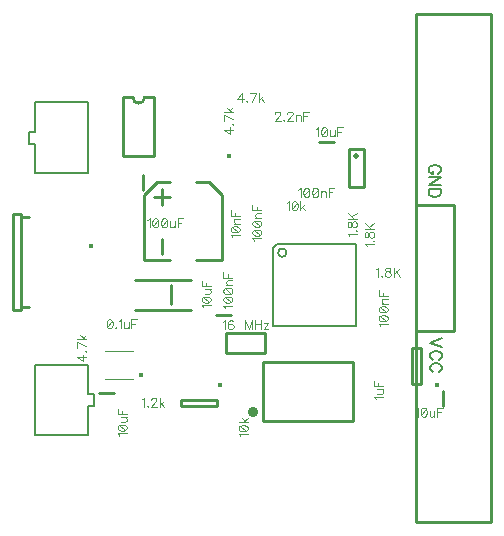
<source format=gbr>
G04 DipTrace 2.4.0.2*
%INTopSilk.gbr*%
%MOIN*%
%ADD10C,0.0098*%
%ADD37C,0.0354*%
%ADD40C,0.005*%
%ADD42C,0.006*%
%ADD45O,0.0162X0.0154*%
%ADD49C,0.0154*%
%ADD54C,0.0157*%
%ADD59C,0.0188*%
%ADD62C,0.0039*%
%ADD132C,0.0046*%
%ADD138C,0.0062*%
%FSLAX44Y44*%
G04*
G70*
G90*
G75*
G01*
%LNTopSilk*%
%LPD*%
X9667Y10001D2*
D10*
X10179D1*
X6449Y6051D2*
X5583D1*
X6449D2*
Y8216D1*
X6016Y8649D2*
X6449Y8216D1*
X6016Y8649D2*
X5583D1*
X4717Y6051D2*
X3851D1*
Y8216D1*
X4284Y8649D2*
X3851Y8216D1*
X4717Y8649D2*
X4284D1*
X4441Y8413D2*
Y7901D1*
X4185Y8157D2*
X4697D1*
X4441Y6759D2*
Y6248D1*
X6755Y4216D2*
X6243D1*
X13812Y1706D2*
Y1194D1*
X3814Y8906D2*
Y8394D1*
X2344Y1614D2*
X2856D1*
X5418Y4400D2*
X3543D1*
X5418Y5400D2*
X3543D1*
X4731Y4587D2*
Y5212D1*
X7823Y2650D2*
X10815D1*
Y682D1*
X7823D1*
Y2650D1*
D37*
X7488Y977D3*
X1986Y2575D2*
D40*
Y1590D1*
X2183D1*
Y1197D1*
X1986D1*
Y213D1*
X215D1*
Y2575D1*
X1986D1*
X206Y8951D2*
Y9935D1*
X9D1*
Y10329D1*
X206D1*
Y11313D1*
X1978D1*
Y8951D1*
X206D1*
X10909Y6604D2*
D42*
Y3844D1*
X8149D1*
Y6464D1*
X8289Y6604D2*
X10909D1*
X8289D2*
X8149Y6464D1*
X8308Y6304D2*
G02X8308Y6304I141J0D01*
G01*
D45*
X6689Y9525D3*
D49*
X6358Y1897D3*
X6266Y1396D2*
D10*
X5085D1*
Y1199D1*
X6266D1*
Y1396D1*
X3151Y11484D2*
Y9516D1*
X4175Y11484D2*
Y9516D1*
X3151D2*
X4175D1*
X3466Y11484D2*
X3151D1*
X3860D2*
X4175D1*
X3466D2*
G03X3860Y11484I197J0D01*
G01*
X14189Y7906D2*
X12902D1*
Y3694D1*
X14189D1*
Y7906D1*
X15402Y14265D2*
X12902D1*
Y-2665D1*
X15402D1*
Y14265D1*
X21Y4507D2*
X-274D1*
Y7598D2*
Y4409D1*
Y7598D2*
X-510D1*
D54*
X2088Y6516D3*
X21Y7500D2*
D10*
X-274D1*
Y4409D2*
X-510D1*
Y7598D2*
Y4409D1*
X11183Y9755D2*
X10683D1*
Y8505D1*
X11183D1*
Y9755D1*
D59*
X10902Y9536D3*
D49*
X13616Y1881D3*
X13076Y1933D2*
D10*
Y3115D1*
X12761Y1933D2*
Y3115D1*
X13076D2*
X12761D1*
X13076Y1933D2*
X12761D1*
D49*
X3736Y2222D3*
X3472Y3022D2*
D62*
X2528D1*
X3472Y2078D2*
X2528D1*
X6580Y3618D2*
D10*
X7880D1*
Y2949D1*
X6580D1*
Y3618D1*
X9580Y10424D2*
D132*
X9609Y10439D1*
X9652Y10482D1*
Y10180D1*
X9831Y10482D2*
X9788Y10467D1*
X9759Y10424D1*
X9744Y10353D1*
Y10309D1*
X9759Y10238D1*
X9788Y10195D1*
X9831Y10180D1*
X9859D1*
X9902Y10195D1*
X9931Y10238D1*
X9945Y10309D1*
Y10353D1*
X9931Y10424D1*
X9902Y10467D1*
X9859Y10482D1*
X9831D1*
X9931Y10424D2*
X9759Y10238D1*
X10038Y10381D2*
Y10238D1*
X10052Y10195D1*
X10081Y10180D1*
X10124D1*
X10153Y10195D1*
X10196Y10238D1*
Y10381D2*
Y10180D1*
X10475Y10482D2*
X10289D1*
Y10180D1*
Y10338D2*
X10403D1*
X3956Y7388D2*
X3984Y7403D1*
X4027Y7446D1*
Y7145D1*
X4206Y7446D2*
X4163Y7431D1*
X4134Y7388D1*
X4120Y7317D1*
Y7274D1*
X4134Y7202D1*
X4163Y7159D1*
X4206Y7145D1*
X4235D1*
X4278Y7159D1*
X4306Y7202D1*
X4321Y7274D1*
Y7317D1*
X4306Y7388D1*
X4278Y7431D1*
X4235Y7446D1*
X4206D1*
X4306Y7388D2*
X4134Y7202D1*
X4500Y7446D2*
X4457Y7431D1*
X4428Y7388D1*
X4414Y7317D1*
Y7274D1*
X4428Y7202D1*
X4457Y7159D1*
X4500Y7145D1*
X4528D1*
X4572Y7159D1*
X4600Y7202D1*
X4615Y7274D1*
Y7317D1*
X4600Y7388D1*
X4572Y7431D1*
X4528Y7446D1*
X4500D1*
X4600Y7388D2*
X4428Y7202D1*
X4707Y7346D2*
Y7202D1*
X4722Y7159D1*
X4750Y7145D1*
X4794D1*
X4822Y7159D1*
X4865Y7202D1*
Y7346D2*
Y7145D1*
X5144Y7446D2*
X4958D1*
Y7145D1*
Y7302D2*
X5073D1*
X6540Y4469D2*
X6526Y4498D1*
X6483Y4541D1*
X6784D1*
X6483Y4720D2*
X6497Y4677D1*
X6540Y4648D1*
X6612Y4634D1*
X6655D1*
X6727Y4648D1*
X6770Y4677D1*
X6784Y4720D1*
Y4749D1*
X6770Y4792D1*
X6727Y4820D1*
X6655Y4835D1*
X6612D1*
X6540Y4820D1*
X6497Y4792D1*
X6483Y4749D1*
Y4720D1*
X6540Y4820D2*
X6727Y4648D1*
X6483Y5014D2*
X6497Y4971D1*
X6540Y4942D1*
X6612Y4927D1*
X6655D1*
X6727Y4942D1*
X6770Y4971D1*
X6784Y5014D1*
Y5042D1*
X6770Y5085D1*
X6727Y5114D1*
X6655Y5128D1*
X6612D1*
X6540Y5114D1*
X6497Y5085D1*
X6483Y5042D1*
Y5014D1*
X6540Y5114D2*
X6727Y4942D1*
X6583Y5221D2*
X6784D1*
X6641D2*
X6598Y5264D1*
X6583Y5293D1*
Y5336D1*
X6598Y5365D1*
X6641Y5379D1*
X6784D1*
X6483Y5658D2*
Y5471D1*
X6784D1*
X6626D2*
Y5586D1*
X11720Y3855D2*
X11706Y3884D1*
X11663Y3927D1*
X11964D1*
X11663Y4106D2*
X11677Y4062D1*
X11720Y4034D1*
X11792Y4019D1*
X11835D1*
X11907Y4034D1*
X11950Y4062D1*
X11964Y4106D1*
Y4134D1*
X11950Y4177D1*
X11907Y4206D1*
X11835Y4220D1*
X11792D1*
X11720Y4206D1*
X11677Y4177D1*
X11663Y4134D1*
Y4106D1*
X11720Y4206D2*
X11907Y4034D1*
X11663Y4399D2*
X11677Y4356D1*
X11720Y4327D1*
X11792Y4313D1*
X11835D1*
X11907Y4327D1*
X11950Y4356D1*
X11964Y4399D1*
Y4428D1*
X11950Y4471D1*
X11907Y4499D1*
X11835Y4514D1*
X11792D1*
X11720Y4499D1*
X11677Y4471D1*
X11663Y4428D1*
Y4399D1*
X11720Y4499D2*
X11907Y4327D1*
X11763Y4607D2*
X11964D1*
X11821D2*
X11778Y4650D1*
X11763Y4678D1*
Y4721D1*
X11778Y4750D1*
X11821Y4764D1*
X11964D1*
X11663Y5044D2*
Y4857D1*
X11964D1*
X11806D2*
Y4972D1*
X5822Y4477D2*
X5807Y4506D1*
X5765Y4549D1*
X6066D1*
X5765Y4728D2*
X5779Y4685D1*
X5822Y4656D1*
X5894Y4642D1*
X5937D1*
X6008Y4656D1*
X6052Y4685D1*
X6066Y4728D1*
Y4757D1*
X6052Y4800D1*
X6008Y4828D1*
X5937Y4843D1*
X5894D1*
X5822Y4828D1*
X5779Y4800D1*
X5765Y4757D1*
Y4728D1*
X5822Y4828D2*
X6008Y4656D1*
X5865Y4935D2*
X6008D1*
X6051Y4950D1*
X6066Y4978D1*
Y5022D1*
X6051Y5050D1*
X6008Y5093D1*
X5865D2*
X6066D1*
X5764Y5373D2*
Y5186D1*
X6066D1*
X5908D2*
Y5301D1*
X6790Y6816D2*
X6776Y6845D1*
X6733Y6888D1*
X7034D1*
X6733Y7067D2*
X6747Y7024D1*
X6790Y6995D1*
X6862Y6981D1*
X6905D1*
X6977Y6995D1*
X7020Y7024D1*
X7034Y7067D1*
Y7095D1*
X7020Y7138D1*
X6977Y7167D1*
X6905Y7182D1*
X6862D1*
X6790Y7167D1*
X6747Y7138D1*
X6733Y7095D1*
Y7067D1*
X6790Y7167D2*
X6977Y6995D1*
X6833Y7274D2*
X7034D1*
X6891D2*
X6848Y7317D1*
X6833Y7346D1*
Y7389D1*
X6848Y7418D1*
X6891Y7432D1*
X7034D1*
X6733Y7711D2*
Y7525D1*
X7034D1*
X6876D2*
Y7639D1*
X7510Y6709D2*
X7495Y6738D1*
X7452Y6781D1*
X7753D1*
X7452Y6960D2*
X7467Y6917D1*
X7510Y6888D1*
X7581Y6874D1*
X7624D1*
X7696Y6888D1*
X7739Y6917D1*
X7753Y6960D1*
Y6989D1*
X7739Y7032D1*
X7696Y7060D1*
X7624Y7075D1*
X7581D1*
X7510Y7060D1*
X7467Y7032D1*
X7452Y6989D1*
Y6960D1*
X7510Y7060D2*
X7696Y6888D1*
X7452Y7254D2*
X7467Y7211D1*
X7510Y7182D1*
X7581Y7167D1*
X7624D1*
X7696Y7182D1*
X7739Y7211D1*
X7753Y7254D1*
Y7282D1*
X7739Y7325D1*
X7696Y7354D1*
X7624Y7368D1*
X7581D1*
X7510Y7354D1*
X7467Y7325D1*
X7452Y7282D1*
Y7254D1*
X7510Y7354D2*
X7696Y7182D1*
X7552Y7461D2*
X7753D1*
X7610D2*
X7567Y7504D1*
X7552Y7533D1*
Y7576D1*
X7567Y7605D1*
X7610Y7619D1*
X7753D1*
X7452Y7898D2*
Y7711D1*
X7753D1*
X7596D2*
Y7826D1*
X8988Y8405D2*
X9017Y8420D1*
X9060Y8463D1*
Y8162D1*
X9239Y8463D2*
X9196Y8448D1*
X9167Y8405D1*
X9153Y8334D1*
Y8291D1*
X9167Y8219D1*
X9196Y8176D1*
X9239Y8162D1*
X9268D1*
X9311Y8176D1*
X9339Y8219D1*
X9354Y8291D1*
Y8334D1*
X9339Y8405D1*
X9311Y8448D1*
X9268Y8463D1*
X9239D1*
X9339Y8405D2*
X9167Y8219D1*
X9533Y8463D2*
X9490Y8448D1*
X9461Y8405D1*
X9447Y8334D1*
Y8291D1*
X9461Y8219D1*
X9490Y8176D1*
X9533Y8162D1*
X9561D1*
X9604Y8176D1*
X9633Y8219D1*
X9648Y8291D1*
Y8334D1*
X9633Y8405D1*
X9604Y8448D1*
X9561Y8463D1*
X9533D1*
X9633Y8405D2*
X9461Y8219D1*
X9740Y8363D2*
Y8162D1*
Y8305D2*
X9783Y8348D1*
X9812Y8363D1*
X9855D1*
X9884Y8348D1*
X9898Y8305D1*
Y8162D1*
X10177Y8463D2*
X9991D1*
Y8162D1*
Y8319D2*
X10105D1*
X8208Y10935D2*
Y10949D1*
X8223Y10978D1*
X8237Y10992D1*
X8266Y11007D1*
X8323D1*
X8352Y10992D1*
X8366Y10978D1*
X8380Y10949D1*
Y10921D1*
X8366Y10892D1*
X8337Y10849D1*
X8194Y10705D1*
X8395D1*
X8502Y10734D2*
X8487Y10720D1*
X8502Y10705D1*
X8516Y10720D1*
X8502Y10734D1*
X8623Y10935D2*
Y10949D1*
X8638Y10978D1*
X8652Y10992D1*
X8681Y11007D1*
X8738D1*
X8767Y10992D1*
X8781Y10978D1*
X8795Y10949D1*
Y10921D1*
X8781Y10892D1*
X8752Y10849D1*
X8609Y10705D1*
X8810D1*
X8902Y10906D2*
Y10705D1*
Y10849D2*
X8945Y10892D1*
X8974Y10906D1*
X9017D1*
X9046Y10892D1*
X9060Y10849D1*
Y10705D1*
X9340Y11007D2*
X9153D1*
Y10705D1*
Y10863D2*
X9268D1*
X12905Y1077D2*
X12934Y1092D1*
X12977Y1134D1*
Y833D1*
X13156Y1134D2*
X13113Y1120D1*
X13084Y1077D1*
X13070Y1005D1*
Y962D1*
X13084Y891D1*
X13113Y847D1*
X13156Y833D1*
X13185D1*
X13228Y847D1*
X13256Y891D1*
X13271Y962D1*
Y1005D1*
X13256Y1077D1*
X13228Y1120D1*
X13185Y1134D1*
X13156D1*
X13256Y1077D2*
X13084Y891D1*
X13363Y1034D2*
Y891D1*
X13378Y848D1*
X13406Y833D1*
X13450D1*
X13478Y848D1*
X13521Y891D1*
Y1034D2*
Y833D1*
X13801Y1135D2*
X13614D1*
Y833D1*
Y991D2*
X13729D1*
X11572Y1434D2*
X11557Y1463D1*
X11514Y1506D1*
X11815D1*
X11614Y1598D2*
X11758D1*
X11801Y1613D1*
X11815Y1641D1*
Y1685D1*
X11801Y1713D1*
X11758Y1756D1*
X11614D2*
X11815D1*
X11514Y2036D2*
Y1849D1*
X11815D1*
X11657D2*
Y1964D1*
X2678Y4086D2*
X2635Y4072D1*
X2606Y4028D1*
X2592Y3957D1*
Y3914D1*
X2606Y3842D1*
X2635Y3799D1*
X2678Y3785D1*
X2706D1*
X2749Y3799D1*
X2778Y3842D1*
X2793Y3914D1*
Y3957D1*
X2778Y4028D1*
X2749Y4072D1*
X2706Y4086D1*
X2678D1*
X2778Y4028D2*
X2606Y3842D1*
X2899Y3814D2*
X2885Y3799D1*
X2899Y3785D1*
X2914Y3799D1*
X2899Y3814D1*
X3007Y4028D2*
X3036Y4043D1*
X3079Y4086D1*
Y3785D1*
X3171Y3986D2*
Y3842D1*
X3186Y3799D1*
X3214Y3785D1*
X3257D1*
X3286Y3799D1*
X3329Y3842D1*
Y3986D2*
Y3785D1*
X3608Y4086D2*
X3422D1*
Y3785D1*
Y3943D2*
X3536D1*
X3023Y207D2*
X3008Y236D1*
X2966Y279D1*
X3267D1*
X2966Y458D2*
X2980Y415D1*
X3023Y386D1*
X3095Y372D1*
X3138D1*
X3209Y386D1*
X3253Y415D1*
X3267Y458D1*
Y486D1*
X3253Y530D1*
X3209Y558D1*
X3138Y573D1*
X3095D1*
X3023Y558D1*
X2980Y530D1*
X2966Y486D1*
Y458D1*
X3023Y558D2*
X3209Y386D1*
X3066Y665D2*
X3209D1*
X3252Y680D1*
X3267Y708D1*
Y752D1*
X3252Y780D1*
X3209Y823D1*
X3066D2*
X3267D1*
X2965Y1103D2*
Y916D1*
X3267D1*
X3109D2*
Y1031D1*
X7093Y11342D2*
Y11643D1*
X6949Y11442D1*
X7165D1*
X7271Y11370D2*
X7257Y11356D1*
X7271Y11342D1*
X7286Y11356D1*
X7271Y11370D1*
X7436Y11342D2*
X7580Y11643D1*
X7379D1*
X7672D2*
Y11342D1*
X7816Y11543D2*
X7672Y11399D1*
X7730Y11456D2*
X7830Y11342D1*
X6818Y10407D2*
X6517D1*
X6717Y10263D1*
Y10479D1*
X6789Y10585D2*
X6804Y10571D1*
X6818Y10585D1*
X6804Y10600D1*
X6789Y10585D1*
X6818Y10750D2*
X6517Y10894D1*
Y10693D1*
X6516Y10986D2*
X6818D1*
X6617Y11130D2*
X6760Y10986D1*
X6703Y11044D2*
X6818Y11144D1*
X8595Y7963D2*
X8624Y7977D1*
X8667Y8020D1*
Y7719D1*
X8846Y8020D2*
X8803Y8006D1*
X8774Y7963D1*
X8759Y7891D1*
Y7848D1*
X8774Y7776D1*
X8803Y7733D1*
X8846Y7719D1*
X8874D1*
X8917Y7733D1*
X8946Y7776D1*
X8960Y7848D1*
Y7891D1*
X8946Y7963D1*
X8917Y8006D1*
X8874Y8020D1*
X8846D1*
X8946Y7963D2*
X8774Y7776D1*
X9053Y8020D2*
Y7719D1*
X9197Y7920D2*
X9053Y7776D1*
X9110Y7834D2*
X9211Y7719D1*
X11263Y6517D2*
X11248Y6546D1*
X11205Y6589D1*
X11506D1*
X11478Y6696D2*
X11492Y6681D1*
X11506Y6696D1*
X11492Y6710D1*
X11478Y6696D1*
X11205Y6874D2*
X11220Y6832D1*
X11248Y6817D1*
X11277D1*
X11305Y6832D1*
X11320Y6860D1*
X11334Y6918D1*
X11349Y6961D1*
X11377Y6989D1*
X11406Y7003D1*
X11449D1*
X11478Y6989D1*
X11492Y6975D1*
X11506Y6932D1*
Y6874D1*
X11492Y6832D1*
X11478Y6817D1*
X11449Y6803D1*
X11406D1*
X11377Y6817D1*
X11349Y6846D1*
X11334Y6889D1*
X11320Y6946D1*
X11305Y6975D1*
X11277Y6989D1*
X11248D1*
X11220Y6975D1*
X11205Y6932D1*
Y6874D1*
Y7096D2*
X11506D1*
X11205Y7297D2*
X11406Y7096D1*
X11334Y7168D2*
X11506Y7297D1*
X11583Y5752D2*
X11612Y5766D1*
X11655Y5809D1*
Y5508D1*
X11762Y5537D2*
X11748Y5522D1*
X11762Y5508D1*
X11776Y5522D1*
X11762Y5537D1*
X11941Y5809D2*
X11898Y5795D1*
X11883Y5766D1*
Y5737D1*
X11898Y5709D1*
X11926Y5694D1*
X11984Y5680D1*
X12027Y5666D1*
X12055Y5637D1*
X12070Y5608D1*
Y5565D1*
X12055Y5537D1*
X12041Y5522D1*
X11998Y5508D1*
X11941D1*
X11898Y5522D1*
X11883Y5537D1*
X11869Y5565D1*
Y5608D1*
X11883Y5637D1*
X11912Y5666D1*
X11955Y5680D1*
X12012Y5694D1*
X12041Y5709D1*
X12055Y5737D1*
Y5766D1*
X12041Y5795D1*
X11998Y5809D1*
X11941D1*
X12162D2*
Y5508D1*
X12363Y5809D2*
X12162Y5608D1*
X12234Y5680D2*
X12363Y5508D1*
X10687Y6860D2*
X10672Y6889D1*
X10629Y6932D1*
X10931D1*
X10902Y7039D2*
X10916Y7024D1*
X10931Y7039D1*
X10916Y7053D1*
X10902Y7039D1*
X10629Y7218D2*
X10644Y7175D1*
X10672Y7160D1*
X10701D1*
X10730Y7175D1*
X10744Y7203D1*
X10758Y7261D1*
X10773Y7304D1*
X10802Y7332D1*
X10830Y7347D1*
X10873D1*
X10902Y7332D1*
X10916Y7318D1*
X10931Y7275D1*
Y7218D1*
X10916Y7175D1*
X10902Y7160D1*
X10873Y7146D1*
X10830D1*
X10802Y7160D1*
X10773Y7189D1*
X10758Y7232D1*
X10744Y7289D1*
X10730Y7318D1*
X10701Y7332D1*
X10672D1*
X10644Y7318D1*
X10629Y7275D1*
Y7218D1*
Y7439D2*
X10931D1*
X10629Y7640D2*
X10830Y7439D1*
X10758Y7511D2*
X10931Y7640D1*
X1915Y2838D2*
X1614D1*
X1815Y2694D1*
Y2909D1*
X1886Y3016D2*
X1901Y3002D1*
X1915Y3016D1*
X1901Y3031D1*
X1886Y3016D1*
X1915Y3181D2*
X1614Y3325D1*
Y3124D1*
Y3417D2*
X1915D1*
X1714Y3561D2*
X1858Y3417D1*
X1801Y3475D2*
X1915Y3575D1*
X3781Y1413D2*
X3810Y1428D1*
X3853Y1471D1*
Y1169D1*
X3960Y1198D2*
X3946Y1184D1*
X3960Y1169D1*
X3975Y1184D1*
X3960Y1198D1*
X4082Y1399D2*
Y1413D1*
X4096Y1442D1*
X4110Y1456D1*
X4139Y1471D1*
X4197D1*
X4225Y1456D1*
X4239Y1442D1*
X4254Y1413D1*
Y1385D1*
X4239Y1356D1*
X4211Y1313D1*
X4067Y1169D1*
X4268D1*
X4361Y1471D2*
Y1169D1*
X4505Y1370D2*
X4361Y1227D1*
X4418Y1284D2*
X4519Y1169D1*
X7056Y192D2*
X7042Y221D1*
X6999Y264D1*
X7300D1*
X6999Y443D2*
X7013Y400D1*
X7056Y371D1*
X7128Y357D1*
X7171D1*
X7243Y371D1*
X7286Y400D1*
X7300Y443D1*
Y471D1*
X7286Y514D1*
X7243Y543D1*
X7171Y558D1*
X7128D1*
X7056Y543D1*
X7013Y514D1*
X6999Y471D1*
Y443D1*
X7056Y543D2*
X7243Y371D1*
X6998Y650D2*
X7300D1*
X7099Y794D2*
X7243Y650D1*
X7185Y708D2*
X7300Y808D1*
X6476Y4000D2*
X6504Y4015D1*
X6547Y4057D1*
Y3756D1*
X6812Y4015D2*
X6798Y4043D1*
X6755Y4057D1*
X6726D1*
X6683Y4043D1*
X6654Y4000D1*
X6640Y3928D1*
Y3857D1*
X6654Y3799D1*
X6683Y3771D1*
X6726Y3756D1*
X6741D1*
X6783Y3771D1*
X6812Y3799D1*
X6827Y3842D1*
Y3857D1*
X6812Y3900D1*
X6783Y3928D1*
X6741Y3943D1*
X6726D1*
X6683Y3928D1*
X6654Y3900D1*
X6640Y3857D1*
X7440Y3756D2*
Y4058D1*
X7325Y3756D1*
X7211Y4058D1*
Y3756D1*
X7533Y4058D2*
Y3756D1*
X7734Y4058D2*
Y3756D1*
X7533Y3914D2*
X7734D1*
X7826Y3957D2*
X7984D1*
X7826Y3756D1*
X7984D1*
X13775Y3457D2*
D138*
X13373Y3304D1*
X13775Y3151D1*
X13680Y2740D2*
X13718Y2759D1*
X13756Y2798D1*
X13775Y2836D1*
Y2912D1*
X13756Y2951D1*
X13718Y2989D1*
X13680Y3008D1*
X13622Y3027D1*
X13526D1*
X13469Y3008D1*
X13431Y2989D1*
X13393Y2951D1*
X13373Y2912D1*
Y2836D1*
X13393Y2798D1*
X13431Y2759D1*
X13469Y2740D1*
X13680Y2330D2*
X13718Y2349D1*
X13756Y2387D1*
X13775Y2425D1*
Y2502D1*
X13756Y2540D1*
X13718Y2578D1*
X13680Y2598D1*
X13622Y2617D1*
X13526D1*
X13469Y2598D1*
X13431Y2578D1*
X13393Y2540D1*
X13373Y2502D1*
Y2425D1*
X13393Y2387D1*
X13431Y2349D1*
X13469Y2330D1*
X13640Y8941D2*
X13678Y8960D1*
X13717Y8998D1*
X13736Y9036D1*
Y9113D1*
X13717Y9151D1*
X13678Y9189D1*
X13640Y9209D1*
X13583Y9228D1*
X13487D1*
X13430Y9209D1*
X13391Y9189D1*
X13353Y9151D1*
X13334Y9113D1*
Y9036D1*
X13353Y8998D1*
X13391Y8960D1*
X13430Y8941D1*
X13487D1*
Y9036D1*
X13736Y8549D2*
X13334D1*
X13736Y8817D1*
X13334D1*
X13736Y8426D2*
X13334D1*
Y8292D1*
X13353Y8234D1*
X13391Y8196D1*
X13430Y8177D1*
X13487Y8158D1*
X13583D1*
X13640Y8177D1*
X13678Y8196D1*
X13717Y8234D1*
X13736Y8292D1*
Y8426D1*
M02*

</source>
